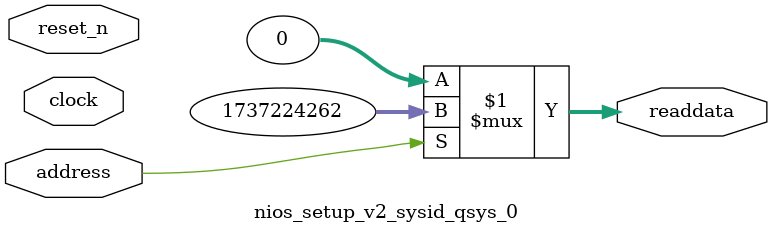
<source format=v>



// synthesis translate_off
`timescale 1ns / 1ps
// synthesis translate_on

// turn off superfluous verilog processor warnings 
// altera message_level Level1 
// altera message_off 10034 10035 10036 10037 10230 10240 10030 

module nios_setup_v2_sysid_qsys_0 (
               // inputs:
                address,
                clock,
                reset_n,

               // outputs:
                readdata
             )
;

  output  [ 31: 0] readdata;
  input            address;
  input            clock;
  input            reset_n;

  wire    [ 31: 0] readdata;
  //control_slave, which is an e_avalon_slave
  assign readdata = address ? 1737224262 : 0;

endmodule



</source>
